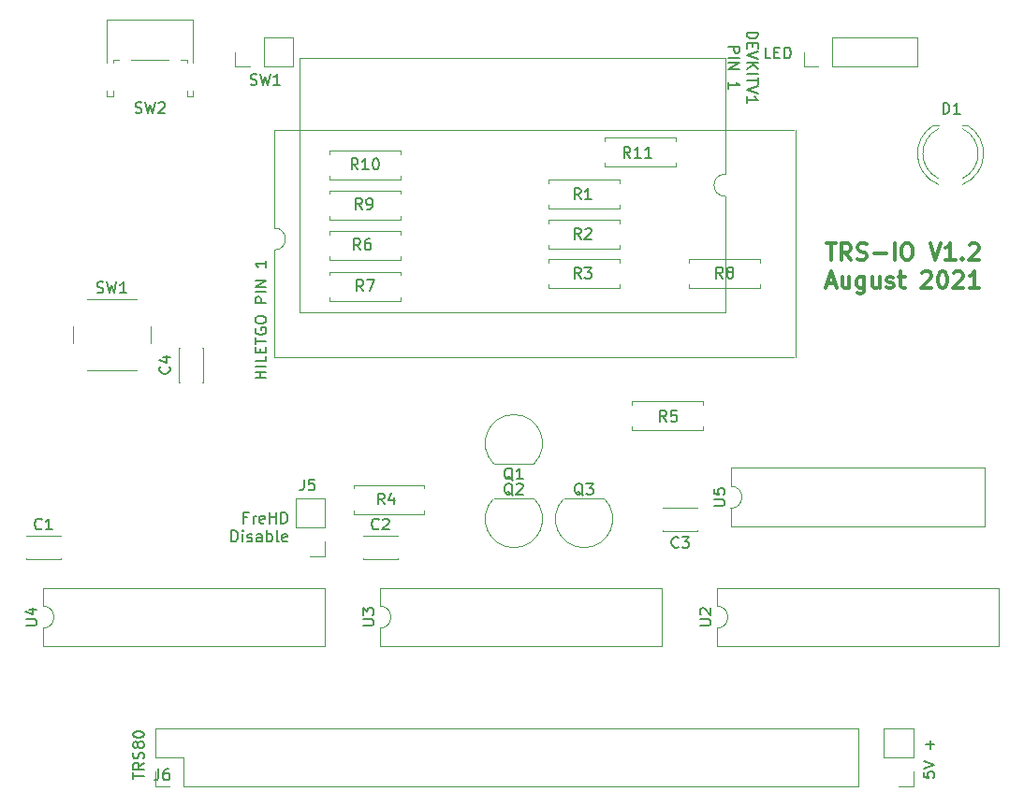
<source format=gbr>
G04 #@! TF.GenerationSoftware,KiCad,Pcbnew,(5.1.5)-3*
G04 #@! TF.CreationDate,2021-08-29T18:58:39+12:00*
G04 #@! TF.ProjectId,TRSIO,54525349-4f2e-46b6-9963-61645f706362,rev?*
G04 #@! TF.SameCoordinates,Original*
G04 #@! TF.FileFunction,Legend,Top*
G04 #@! TF.FilePolarity,Positive*
%FSLAX46Y46*%
G04 Gerber Fmt 4.6, Leading zero omitted, Abs format (unit mm)*
G04 Created by KiCad (PCBNEW (5.1.5)-3) date 2021-08-29 18:58:39*
%MOMM*%
%LPD*%
G04 APERTURE LIST*
%ADD10C,0.300000*%
%ADD11C,0.150000*%
%ADD12C,0.120000*%
G04 APERTURE END LIST*
D10*
X200363571Y-89343571D02*
X201220714Y-89343571D01*
X200792142Y-90843571D02*
X200792142Y-89343571D01*
X202577857Y-90843571D02*
X202077857Y-90129285D01*
X201720714Y-90843571D02*
X201720714Y-89343571D01*
X202292142Y-89343571D01*
X202435000Y-89415000D01*
X202506428Y-89486428D01*
X202577857Y-89629285D01*
X202577857Y-89843571D01*
X202506428Y-89986428D01*
X202435000Y-90057857D01*
X202292142Y-90129285D01*
X201720714Y-90129285D01*
X203149285Y-90772142D02*
X203363571Y-90843571D01*
X203720714Y-90843571D01*
X203863571Y-90772142D01*
X203935000Y-90700714D01*
X204006428Y-90557857D01*
X204006428Y-90415000D01*
X203935000Y-90272142D01*
X203863571Y-90200714D01*
X203720714Y-90129285D01*
X203435000Y-90057857D01*
X203292142Y-89986428D01*
X203220714Y-89915000D01*
X203149285Y-89772142D01*
X203149285Y-89629285D01*
X203220714Y-89486428D01*
X203292142Y-89415000D01*
X203435000Y-89343571D01*
X203792142Y-89343571D01*
X204006428Y-89415000D01*
X204649285Y-90272142D02*
X205792142Y-90272142D01*
X206506428Y-90843571D02*
X206506428Y-89343571D01*
X207506428Y-89343571D02*
X207792142Y-89343571D01*
X207935000Y-89415000D01*
X208077857Y-89557857D01*
X208149285Y-89843571D01*
X208149285Y-90343571D01*
X208077857Y-90629285D01*
X207935000Y-90772142D01*
X207792142Y-90843571D01*
X207506428Y-90843571D01*
X207363571Y-90772142D01*
X207220714Y-90629285D01*
X207149285Y-90343571D01*
X207149285Y-89843571D01*
X207220714Y-89557857D01*
X207363571Y-89415000D01*
X207506428Y-89343571D01*
X209720714Y-89343571D02*
X210220714Y-90843571D01*
X210720714Y-89343571D01*
X212006428Y-90843571D02*
X211149285Y-90843571D01*
X211577857Y-90843571D02*
X211577857Y-89343571D01*
X211435000Y-89557857D01*
X211292142Y-89700714D01*
X211149285Y-89772142D01*
X212649285Y-90700714D02*
X212720714Y-90772142D01*
X212649285Y-90843571D01*
X212577857Y-90772142D01*
X212649285Y-90700714D01*
X212649285Y-90843571D01*
X213292142Y-89486428D02*
X213363571Y-89415000D01*
X213506428Y-89343571D01*
X213863571Y-89343571D01*
X214006428Y-89415000D01*
X214077857Y-89486428D01*
X214149285Y-89629285D01*
X214149285Y-89772142D01*
X214077857Y-89986428D01*
X213220714Y-90843571D01*
X214149285Y-90843571D01*
X200435000Y-92965000D02*
X201149285Y-92965000D01*
X200292142Y-93393571D02*
X200792142Y-91893571D01*
X201292142Y-93393571D01*
X202435000Y-92393571D02*
X202435000Y-93393571D01*
X201792142Y-92393571D02*
X201792142Y-93179285D01*
X201863571Y-93322142D01*
X202006428Y-93393571D01*
X202220714Y-93393571D01*
X202363571Y-93322142D01*
X202435000Y-93250714D01*
X203792142Y-92393571D02*
X203792142Y-93607857D01*
X203720714Y-93750714D01*
X203649285Y-93822142D01*
X203506428Y-93893571D01*
X203292142Y-93893571D01*
X203149285Y-93822142D01*
X203792142Y-93322142D02*
X203649285Y-93393571D01*
X203363571Y-93393571D01*
X203220714Y-93322142D01*
X203149285Y-93250714D01*
X203077857Y-93107857D01*
X203077857Y-92679285D01*
X203149285Y-92536428D01*
X203220714Y-92465000D01*
X203363571Y-92393571D01*
X203649285Y-92393571D01*
X203792142Y-92465000D01*
X205149285Y-92393571D02*
X205149285Y-93393571D01*
X204506428Y-92393571D02*
X204506428Y-93179285D01*
X204577857Y-93322142D01*
X204720714Y-93393571D01*
X204935000Y-93393571D01*
X205077857Y-93322142D01*
X205149285Y-93250714D01*
X205792142Y-93322142D02*
X205935000Y-93393571D01*
X206220714Y-93393571D01*
X206363571Y-93322142D01*
X206435000Y-93179285D01*
X206435000Y-93107857D01*
X206363571Y-92965000D01*
X206220714Y-92893571D01*
X206006428Y-92893571D01*
X205863571Y-92822142D01*
X205792142Y-92679285D01*
X205792142Y-92607857D01*
X205863571Y-92465000D01*
X206006428Y-92393571D01*
X206220714Y-92393571D01*
X206363571Y-92465000D01*
X206863571Y-92393571D02*
X207435000Y-92393571D01*
X207077857Y-91893571D02*
X207077857Y-93179285D01*
X207149285Y-93322142D01*
X207292142Y-93393571D01*
X207435000Y-93393571D01*
X209006428Y-92036428D02*
X209077857Y-91965000D01*
X209220714Y-91893571D01*
X209577857Y-91893571D01*
X209720714Y-91965000D01*
X209792142Y-92036428D01*
X209863571Y-92179285D01*
X209863571Y-92322142D01*
X209792142Y-92536428D01*
X208935000Y-93393571D01*
X209863571Y-93393571D01*
X210792142Y-91893571D02*
X210935000Y-91893571D01*
X211077857Y-91965000D01*
X211149285Y-92036428D01*
X211220714Y-92179285D01*
X211292142Y-92465000D01*
X211292142Y-92822142D01*
X211220714Y-93107857D01*
X211149285Y-93250714D01*
X211077857Y-93322142D01*
X210935000Y-93393571D01*
X210792142Y-93393571D01*
X210649285Y-93322142D01*
X210577857Y-93250714D01*
X210506428Y-93107857D01*
X210435000Y-92822142D01*
X210435000Y-92465000D01*
X210506428Y-92179285D01*
X210577857Y-92036428D01*
X210649285Y-91965000D01*
X210792142Y-91893571D01*
X211863571Y-92036428D02*
X211935000Y-91965000D01*
X212077857Y-91893571D01*
X212435000Y-91893571D01*
X212577857Y-91965000D01*
X212649285Y-92036428D01*
X212720714Y-92179285D01*
X212720714Y-92322142D01*
X212649285Y-92536428D01*
X211792142Y-93393571D01*
X212720714Y-93393571D01*
X214149285Y-93393571D02*
X213292142Y-93393571D01*
X213720714Y-93393571D02*
X213720714Y-91893571D01*
X213577857Y-92107857D01*
X213435000Y-92250714D01*
X213292142Y-92322142D01*
D11*
X147984976Y-114165571D02*
X147651642Y-114165571D01*
X147651642Y-114689380D02*
X147651642Y-113689380D01*
X148127833Y-113689380D01*
X148508785Y-114689380D02*
X148508785Y-114022714D01*
X148508785Y-114213190D02*
X148556404Y-114117952D01*
X148604023Y-114070333D01*
X148699261Y-114022714D01*
X148794500Y-114022714D01*
X149508785Y-114641761D02*
X149413547Y-114689380D01*
X149223071Y-114689380D01*
X149127833Y-114641761D01*
X149080214Y-114546523D01*
X149080214Y-114165571D01*
X149127833Y-114070333D01*
X149223071Y-114022714D01*
X149413547Y-114022714D01*
X149508785Y-114070333D01*
X149556404Y-114165571D01*
X149556404Y-114260809D01*
X149080214Y-114356047D01*
X149984976Y-114689380D02*
X149984976Y-113689380D01*
X149984976Y-114165571D02*
X150556404Y-114165571D01*
X150556404Y-114689380D02*
X150556404Y-113689380D01*
X151032595Y-114689380D02*
X151032595Y-113689380D01*
X151270690Y-113689380D01*
X151413547Y-113737000D01*
X151508785Y-113832238D01*
X151556404Y-113927476D01*
X151604023Y-114117952D01*
X151604023Y-114260809D01*
X151556404Y-114451285D01*
X151508785Y-114546523D01*
X151413547Y-114641761D01*
X151270690Y-114689380D01*
X151032595Y-114689380D01*
X146556404Y-116339380D02*
X146556404Y-115339380D01*
X146794500Y-115339380D01*
X146937357Y-115387000D01*
X147032595Y-115482238D01*
X147080214Y-115577476D01*
X147127833Y-115767952D01*
X147127833Y-115910809D01*
X147080214Y-116101285D01*
X147032595Y-116196523D01*
X146937357Y-116291761D01*
X146794500Y-116339380D01*
X146556404Y-116339380D01*
X147556404Y-116339380D02*
X147556404Y-115672714D01*
X147556404Y-115339380D02*
X147508785Y-115387000D01*
X147556404Y-115434619D01*
X147604023Y-115387000D01*
X147556404Y-115339380D01*
X147556404Y-115434619D01*
X147984976Y-116291761D02*
X148080214Y-116339380D01*
X148270690Y-116339380D01*
X148365928Y-116291761D01*
X148413547Y-116196523D01*
X148413547Y-116148904D01*
X148365928Y-116053666D01*
X148270690Y-116006047D01*
X148127833Y-116006047D01*
X148032595Y-115958428D01*
X147984976Y-115863190D01*
X147984976Y-115815571D01*
X148032595Y-115720333D01*
X148127833Y-115672714D01*
X148270690Y-115672714D01*
X148365928Y-115720333D01*
X149270690Y-116339380D02*
X149270690Y-115815571D01*
X149223071Y-115720333D01*
X149127833Y-115672714D01*
X148937357Y-115672714D01*
X148842119Y-115720333D01*
X149270690Y-116291761D02*
X149175452Y-116339380D01*
X148937357Y-116339380D01*
X148842119Y-116291761D01*
X148794500Y-116196523D01*
X148794500Y-116101285D01*
X148842119Y-116006047D01*
X148937357Y-115958428D01*
X149175452Y-115958428D01*
X149270690Y-115910809D01*
X149746880Y-116339380D02*
X149746880Y-115339380D01*
X149746880Y-115720333D02*
X149842119Y-115672714D01*
X150032595Y-115672714D01*
X150127833Y-115720333D01*
X150175452Y-115767952D01*
X150223071Y-115863190D01*
X150223071Y-116148904D01*
X150175452Y-116244142D01*
X150127833Y-116291761D01*
X150032595Y-116339380D01*
X149842119Y-116339380D01*
X149746880Y-116291761D01*
X150794500Y-116339380D02*
X150699261Y-116291761D01*
X150651642Y-116196523D01*
X150651642Y-115339380D01*
X151556404Y-116291761D02*
X151461166Y-116339380D01*
X151270690Y-116339380D01*
X151175452Y-116291761D01*
X151127833Y-116196523D01*
X151127833Y-115815571D01*
X151175452Y-115720333D01*
X151270690Y-115672714D01*
X151461166Y-115672714D01*
X151556404Y-115720333D01*
X151604023Y-115815571D01*
X151604023Y-115910809D01*
X151127833Y-116006047D01*
X193158619Y-70239333D02*
X194158619Y-70239333D01*
X194158619Y-70477428D01*
X194111000Y-70620285D01*
X194015761Y-70715523D01*
X193920523Y-70763142D01*
X193730047Y-70810761D01*
X193587190Y-70810761D01*
X193396714Y-70763142D01*
X193301476Y-70715523D01*
X193206238Y-70620285D01*
X193158619Y-70477428D01*
X193158619Y-70239333D01*
X193682428Y-71239333D02*
X193682428Y-71572666D01*
X193158619Y-71715523D02*
X193158619Y-71239333D01*
X194158619Y-71239333D01*
X194158619Y-71715523D01*
X194158619Y-72001238D02*
X193158619Y-72334571D01*
X194158619Y-72667904D01*
X193158619Y-73001238D02*
X194158619Y-73001238D01*
X193158619Y-73572666D02*
X193730047Y-73144095D01*
X194158619Y-73572666D02*
X193587190Y-73001238D01*
X193158619Y-74001238D02*
X194158619Y-74001238D01*
X194158619Y-74334571D02*
X194158619Y-74906000D01*
X193158619Y-74620285D02*
X194158619Y-74620285D01*
X194158619Y-75096476D02*
X193158619Y-75429809D01*
X194158619Y-75763142D01*
X193158619Y-76620285D02*
X193158619Y-76048857D01*
X193158619Y-76334571D02*
X194158619Y-76334571D01*
X194015761Y-76239333D01*
X193920523Y-76144095D01*
X193872904Y-76048857D01*
X191508619Y-71525047D02*
X192508619Y-71525047D01*
X192508619Y-71906000D01*
X192461000Y-72001238D01*
X192413380Y-72048857D01*
X192318142Y-72096476D01*
X192175285Y-72096476D01*
X192080047Y-72048857D01*
X192032428Y-72001238D01*
X191984809Y-71906000D01*
X191984809Y-71525047D01*
X191508619Y-72525047D02*
X192508619Y-72525047D01*
X191508619Y-73001238D02*
X192508619Y-73001238D01*
X191508619Y-73572666D01*
X192508619Y-73572666D01*
X191508619Y-75334571D02*
X191508619Y-74763142D01*
X191508619Y-75048857D02*
X192508619Y-75048857D01*
X192365761Y-74953619D01*
X192270523Y-74858380D01*
X192222904Y-74763142D01*
X149677380Y-101551714D02*
X148677380Y-101551714D01*
X149153571Y-101551714D02*
X149153571Y-100980285D01*
X149677380Y-100980285D02*
X148677380Y-100980285D01*
X149677380Y-100504095D02*
X148677380Y-100504095D01*
X149677380Y-99551714D02*
X149677380Y-100027904D01*
X148677380Y-100027904D01*
X149153571Y-99218380D02*
X149153571Y-98885047D01*
X149677380Y-98742190D02*
X149677380Y-99218380D01*
X148677380Y-99218380D01*
X148677380Y-98742190D01*
X148677380Y-98456476D02*
X148677380Y-97885047D01*
X149677380Y-98170761D02*
X148677380Y-98170761D01*
X148725000Y-97027904D02*
X148677380Y-97123142D01*
X148677380Y-97266000D01*
X148725000Y-97408857D01*
X148820238Y-97504095D01*
X148915476Y-97551714D01*
X149105952Y-97599333D01*
X149248809Y-97599333D01*
X149439285Y-97551714D01*
X149534523Y-97504095D01*
X149629761Y-97408857D01*
X149677380Y-97266000D01*
X149677380Y-97170761D01*
X149629761Y-97027904D01*
X149582142Y-96980285D01*
X149248809Y-96980285D01*
X149248809Y-97170761D01*
X148677380Y-96361238D02*
X148677380Y-96170761D01*
X148725000Y-96075523D01*
X148820238Y-95980285D01*
X149010714Y-95932666D01*
X149344047Y-95932666D01*
X149534523Y-95980285D01*
X149629761Y-96075523D01*
X149677380Y-96170761D01*
X149677380Y-96361238D01*
X149629761Y-96456476D01*
X149534523Y-96551714D01*
X149344047Y-96599333D01*
X149010714Y-96599333D01*
X148820238Y-96551714D01*
X148725000Y-96456476D01*
X148677380Y-96361238D01*
X149677380Y-94742190D02*
X148677380Y-94742190D01*
X148677380Y-94361238D01*
X148725000Y-94266000D01*
X148772619Y-94218380D01*
X148867857Y-94170761D01*
X149010714Y-94170761D01*
X149105952Y-94218380D01*
X149153571Y-94266000D01*
X149201190Y-94361238D01*
X149201190Y-94742190D01*
X149677380Y-93742190D02*
X148677380Y-93742190D01*
X149677380Y-93266000D02*
X148677380Y-93266000D01*
X149677380Y-92694571D01*
X148677380Y-92694571D01*
X149677380Y-90932666D02*
X149677380Y-91504095D01*
X149677380Y-91218380D02*
X148677380Y-91218380D01*
X148820238Y-91313619D01*
X148915476Y-91408857D01*
X148963095Y-91504095D01*
X209129380Y-137207476D02*
X209129380Y-137683666D01*
X209605571Y-137731285D01*
X209557952Y-137683666D01*
X209510333Y-137588428D01*
X209510333Y-137350333D01*
X209557952Y-137255095D01*
X209605571Y-137207476D01*
X209700809Y-137159857D01*
X209938904Y-137159857D01*
X210034142Y-137207476D01*
X210081761Y-137255095D01*
X210129380Y-137350333D01*
X210129380Y-137588428D01*
X210081761Y-137683666D01*
X210034142Y-137731285D01*
X209129380Y-136874142D02*
X210129380Y-136540809D01*
X209129380Y-136207476D01*
X209748428Y-135112238D02*
X209748428Y-134350333D01*
X210129380Y-134731285D02*
X209367476Y-134731285D01*
X137628380Y-137850285D02*
X137628380Y-137278857D01*
X138628380Y-137564571D02*
X137628380Y-137564571D01*
X138628380Y-136374095D02*
X138152190Y-136707428D01*
X138628380Y-136945523D02*
X137628380Y-136945523D01*
X137628380Y-136564571D01*
X137676000Y-136469333D01*
X137723619Y-136421714D01*
X137818857Y-136374095D01*
X137961714Y-136374095D01*
X138056952Y-136421714D01*
X138104571Y-136469333D01*
X138152190Y-136564571D01*
X138152190Y-136945523D01*
X138580761Y-135993142D02*
X138628380Y-135850285D01*
X138628380Y-135612190D01*
X138580761Y-135516952D01*
X138533142Y-135469333D01*
X138437904Y-135421714D01*
X138342666Y-135421714D01*
X138247428Y-135469333D01*
X138199809Y-135516952D01*
X138152190Y-135612190D01*
X138104571Y-135802666D01*
X138056952Y-135897904D01*
X138009333Y-135945523D01*
X137914095Y-135993142D01*
X137818857Y-135993142D01*
X137723619Y-135945523D01*
X137676000Y-135897904D01*
X137628380Y-135802666D01*
X137628380Y-135564571D01*
X137676000Y-135421714D01*
X138056952Y-134850285D02*
X138009333Y-134945523D01*
X137961714Y-134993142D01*
X137866476Y-135040761D01*
X137818857Y-135040761D01*
X137723619Y-134993142D01*
X137676000Y-134945523D01*
X137628380Y-134850285D01*
X137628380Y-134659809D01*
X137676000Y-134564571D01*
X137723619Y-134516952D01*
X137818857Y-134469333D01*
X137866476Y-134469333D01*
X137961714Y-134516952D01*
X138009333Y-134564571D01*
X138056952Y-134659809D01*
X138056952Y-134850285D01*
X138104571Y-134945523D01*
X138152190Y-134993142D01*
X138247428Y-135040761D01*
X138437904Y-135040761D01*
X138533142Y-134993142D01*
X138580761Y-134945523D01*
X138628380Y-134850285D01*
X138628380Y-134659809D01*
X138580761Y-134564571D01*
X138533142Y-134516952D01*
X138437904Y-134469333D01*
X138247428Y-134469333D01*
X138152190Y-134516952D01*
X138104571Y-134564571D01*
X138056952Y-134659809D01*
X137628380Y-133850285D02*
X137628380Y-133755047D01*
X137676000Y-133659809D01*
X137723619Y-133612190D01*
X137818857Y-133564571D01*
X138009333Y-133516952D01*
X138247428Y-133516952D01*
X138437904Y-133564571D01*
X138533142Y-133612190D01*
X138580761Y-133659809D01*
X138628380Y-133755047D01*
X138628380Y-133850285D01*
X138580761Y-133945523D01*
X138533142Y-133993142D01*
X138437904Y-134040761D01*
X138247428Y-134088380D01*
X138009333Y-134088380D01*
X137818857Y-134040761D01*
X137723619Y-133993142D01*
X137676000Y-133945523D01*
X137628380Y-133850285D01*
X195318142Y-72588380D02*
X194841952Y-72588380D01*
X194841952Y-71588380D01*
X195651476Y-72064571D02*
X195984809Y-72064571D01*
X196127666Y-72588380D02*
X195651476Y-72588380D01*
X195651476Y-71588380D01*
X196127666Y-71588380D01*
X196556238Y-72588380D02*
X196556238Y-71588380D01*
X196794333Y-71588380D01*
X196937190Y-71636000D01*
X197032428Y-71731238D01*
X197080047Y-71826476D01*
X197127666Y-72016952D01*
X197127666Y-72159809D01*
X197080047Y-72350285D01*
X197032428Y-72445523D01*
X196937190Y-72540761D01*
X196794333Y-72588380D01*
X196556238Y-72588380D01*
X148272666Y-74953761D02*
X148415523Y-75001380D01*
X148653619Y-75001380D01*
X148748857Y-74953761D01*
X148796476Y-74906142D01*
X148844095Y-74810904D01*
X148844095Y-74715666D01*
X148796476Y-74620428D01*
X148748857Y-74572809D01*
X148653619Y-74525190D01*
X148463142Y-74477571D01*
X148367904Y-74429952D01*
X148320285Y-74382333D01*
X148272666Y-74287095D01*
X148272666Y-74191857D01*
X148320285Y-74096619D01*
X148367904Y-74049000D01*
X148463142Y-74001380D01*
X148701238Y-74001380D01*
X148844095Y-74049000D01*
X149177428Y-74001380D02*
X149415523Y-75001380D01*
X149606000Y-74287095D01*
X149796476Y-75001380D01*
X150034571Y-74001380D01*
X150939333Y-75001380D02*
X150367904Y-75001380D01*
X150653619Y-75001380D02*
X150653619Y-74001380D01*
X150558380Y-74144238D01*
X150463142Y-74239476D01*
X150367904Y-74287095D01*
D12*
X191195000Y-85074000D02*
G75*
G02X191195000Y-83074000I0J1000000D01*
G01*
X191195000Y-83074000D02*
X191195000Y-72534000D01*
X191182500Y-72534000D02*
X152657500Y-72534000D01*
X152657500Y-72534000D02*
X152657500Y-95614000D01*
X152657500Y-95614000D02*
X191182500Y-95614000D01*
X191195000Y-95614000D02*
X191195000Y-85074000D01*
X131120000Y-117900000D02*
X128000000Y-117900000D01*
X131120000Y-115780000D02*
X128000000Y-115780000D01*
X131120000Y-117900000D02*
X131120000Y-117836000D01*
X131120000Y-115844000D02*
X131120000Y-115780000D01*
X128000000Y-117900000D02*
X128000000Y-117836000D01*
X128000000Y-115844000D02*
X128000000Y-115780000D01*
X161600000Y-117900000D02*
X158480000Y-117900000D01*
X161600000Y-115780000D02*
X158480000Y-115780000D01*
X161600000Y-117900000D02*
X161600000Y-117836000D01*
X161600000Y-115844000D02*
X161600000Y-115780000D01*
X158480000Y-117900000D02*
X158480000Y-117836000D01*
X158480000Y-115844000D02*
X158480000Y-115780000D01*
X188651000Y-115360000D02*
X185531000Y-115360000D01*
X188651000Y-113240000D02*
X185531000Y-113240000D01*
X188651000Y-115360000D02*
X188651000Y-115296000D01*
X188651000Y-113304000D02*
X188651000Y-113240000D01*
X185531000Y-115360000D02*
X185531000Y-115296000D01*
X185531000Y-113304000D02*
X185531000Y-113240000D01*
X141815000Y-101910000D02*
X141815000Y-98790000D01*
X143935000Y-101910000D02*
X143935000Y-98790000D01*
X141815000Y-101910000D02*
X141879000Y-101910000D01*
X143871000Y-101910000D02*
X143935000Y-101910000D01*
X141815000Y-98790000D02*
X141879000Y-98790000D01*
X143871000Y-98790000D02*
X143935000Y-98790000D01*
X212662827Y-84004315D02*
G75*
G03X213126830Y-78656500I-1080827J2787815D01*
G01*
X210501173Y-84004315D02*
G75*
G02X210037170Y-78656500I1080827J2787815D01*
G01*
X212662429Y-83470979D02*
G75*
G03X212662000Y-78961816I-1080429J2254479D01*
G01*
X210501571Y-83470979D02*
G75*
G02X210502000Y-78961816I1080429J2254479D01*
G01*
X213127000Y-78656500D02*
X212662000Y-78656500D01*
X210502000Y-78656500D02*
X210037000Y-78656500D01*
X170285000Y-109292000D02*
X173885000Y-109292000D01*
X170246522Y-109280478D02*
G75*
G02X172085000Y-104842000I1838478J1838478D01*
G01*
X173923478Y-109280478D02*
G75*
G03X172085000Y-104842000I-1838478J1838478D01*
G01*
X173885000Y-112450000D02*
X170285000Y-112450000D01*
X173923478Y-112461522D02*
G75*
G02X172085000Y-116900000I-1838478J-1838478D01*
G01*
X170246522Y-112461522D02*
G75*
G03X172085000Y-116900000I1838478J-1838478D01*
G01*
X180235000Y-112450000D02*
X176635000Y-112450000D01*
X180273478Y-112461522D02*
G75*
G02X178435000Y-116900000I-1838478J-1838478D01*
G01*
X176596522Y-112461522D02*
G75*
G03X178435000Y-116900000I1838478J-1838478D01*
G01*
X175225000Y-83919500D02*
X175225000Y-83589500D01*
X175225000Y-83589500D02*
X181645000Y-83589500D01*
X181645000Y-83589500D02*
X181645000Y-83919500D01*
X175225000Y-85879500D02*
X175225000Y-86209500D01*
X175225000Y-86209500D02*
X181645000Y-86209500D01*
X181645000Y-86209500D02*
X181645000Y-85879500D01*
X175225000Y-87539000D02*
X175225000Y-87209000D01*
X175225000Y-87209000D02*
X181645000Y-87209000D01*
X181645000Y-87209000D02*
X181645000Y-87539000D01*
X175225000Y-89499000D02*
X175225000Y-89829000D01*
X175225000Y-89829000D02*
X181645000Y-89829000D01*
X181645000Y-89829000D02*
X181645000Y-89499000D01*
X175225000Y-91095000D02*
X175225000Y-90765000D01*
X175225000Y-90765000D02*
X181645000Y-90765000D01*
X181645000Y-90765000D02*
X181645000Y-91095000D01*
X175225000Y-93055000D02*
X175225000Y-93385000D01*
X175225000Y-93385000D02*
X181645000Y-93385000D01*
X181645000Y-93385000D02*
X181645000Y-93055000D01*
X133461000Y-100877000D02*
X137961000Y-100877000D01*
X132211000Y-96877000D02*
X132211000Y-98377000D01*
X137961000Y-94377000D02*
X133461000Y-94377000D01*
X139211000Y-98377000D02*
X139211000Y-96877000D01*
X190440000Y-122190000D02*
G75*
G02X190440000Y-124190000I0J-1000000D01*
G01*
X190440000Y-124190000D02*
X190440000Y-125840000D01*
X190440000Y-125840000D02*
X215960000Y-125840000D01*
X215960000Y-125840000D02*
X215960000Y-120540000D01*
X215960000Y-120540000D02*
X190440000Y-120540000D01*
X190440000Y-120540000D02*
X190440000Y-122190000D01*
X159960000Y-122190000D02*
G75*
G02X159960000Y-124190000I0J-1000000D01*
G01*
X159960000Y-124190000D02*
X159960000Y-125840000D01*
X159960000Y-125840000D02*
X185480000Y-125840000D01*
X185480000Y-125840000D02*
X185480000Y-120540000D01*
X185480000Y-120540000D02*
X159960000Y-120540000D01*
X159960000Y-120540000D02*
X159960000Y-122190000D01*
X129480000Y-122190000D02*
G75*
G02X129480000Y-124190000I0J-1000000D01*
G01*
X129480000Y-124190000D02*
X129480000Y-125840000D01*
X129480000Y-125840000D02*
X155000000Y-125840000D01*
X155000000Y-125840000D02*
X155000000Y-120540000D01*
X155000000Y-120540000D02*
X129480000Y-120540000D01*
X129480000Y-120540000D02*
X129480000Y-122190000D01*
X203260000Y-138490000D02*
X203260000Y-133290000D01*
X142240000Y-138490000D02*
X203260000Y-138490000D01*
X139640000Y-133290000D02*
X203260000Y-133290000D01*
X142240000Y-138490000D02*
X142240000Y-135890000D01*
X142240000Y-135890000D02*
X139640000Y-135890000D01*
X139640000Y-135890000D02*
X139640000Y-133290000D01*
X140970000Y-138490000D02*
X139640000Y-138490000D01*
X139640000Y-138490000D02*
X139640000Y-137160000D01*
X150409600Y-87950800D02*
G75*
G02X150409600Y-89950800I0J-1000000D01*
G01*
X150435000Y-89950800D02*
X150435000Y-99678000D01*
X150447500Y-99678000D02*
X197427500Y-99678000D01*
X197545000Y-99678000D02*
X197545000Y-79112600D01*
X197427500Y-79112600D02*
X150447500Y-79112600D01*
X150435000Y-79112600D02*
X150435000Y-87950800D01*
X208213000Y-133290000D02*
X205553000Y-133290000D01*
X208213000Y-135890000D02*
X208213000Y-133290000D01*
X205553000Y-135890000D02*
X205553000Y-133290000D01*
X208213000Y-135890000D02*
X205553000Y-135890000D01*
X208213000Y-137160000D02*
X208213000Y-138490000D01*
X208213000Y-138490000D02*
X206883000Y-138490000D01*
X152079000Y-73339000D02*
X152079000Y-70679000D01*
X149479000Y-73339000D02*
X152079000Y-73339000D01*
X149479000Y-70679000D02*
X152079000Y-70679000D01*
X149479000Y-73339000D02*
X149479000Y-70679000D01*
X148209000Y-73339000D02*
X146879000Y-73339000D01*
X146879000Y-73339000D02*
X146879000Y-72009000D01*
X208594000Y-73339000D02*
X208594000Y-70679000D01*
X200914000Y-73339000D02*
X208594000Y-73339000D01*
X200914000Y-70679000D02*
X208594000Y-70679000D01*
X200914000Y-73339000D02*
X200914000Y-70679000D01*
X199644000Y-73339000D02*
X198314000Y-73339000D01*
X198314000Y-73339000D02*
X198314000Y-72009000D01*
X135816000Y-72725000D02*
X135816000Y-72955000D01*
X135296000Y-69055000D02*
X143016000Y-69055000D01*
X143016000Y-69055000D02*
X143016000Y-72955000D01*
X135296000Y-76065000D02*
X135816000Y-76065000D01*
X135296000Y-69055000D02*
X135296000Y-72955000D01*
X142496000Y-72725000D02*
X142496000Y-72955000D01*
X135816000Y-75555000D02*
X135816000Y-76065000D01*
X135296000Y-75555000D02*
X135296000Y-76065000D01*
X141956000Y-72725000D02*
X142496000Y-72725000D01*
X142496000Y-75555000D02*
X142496000Y-76065000D01*
X142496000Y-76065000D02*
X143016000Y-76065000D01*
X143016000Y-75555000D02*
X143016000Y-76065000D01*
X135816000Y-72725000D02*
X136356000Y-72725000D01*
X137456000Y-72725000D02*
X140856000Y-72725000D01*
X155000000Y-112462000D02*
X152340000Y-112462000D01*
X155000000Y-115062000D02*
X155000000Y-112462000D01*
X152340000Y-115062000D02*
X152340000Y-112462000D01*
X155000000Y-115062000D02*
X152340000Y-115062000D01*
X155000000Y-116332000D02*
X155000000Y-117662000D01*
X155000000Y-117662000D02*
X153670000Y-117662000D01*
X163992000Y-113502000D02*
X163992000Y-113832000D01*
X163992000Y-113832000D02*
X157572000Y-113832000D01*
X157572000Y-113832000D02*
X157572000Y-113502000D01*
X163992000Y-111542000D02*
X163992000Y-111212000D01*
X163992000Y-111212000D02*
X157572000Y-111212000D01*
X157572000Y-111212000D02*
X157572000Y-111542000D01*
X189201500Y-105945500D02*
X189201500Y-106275500D01*
X189201500Y-106275500D02*
X182781500Y-106275500D01*
X182781500Y-106275500D02*
X182781500Y-105945500D01*
X189201500Y-103985500D02*
X189201500Y-103655500D01*
X189201500Y-103655500D02*
X182781500Y-103655500D01*
X182781500Y-103655500D02*
X182781500Y-103985500D01*
X161833000Y-90845000D02*
X161833000Y-90515000D01*
X155413000Y-90845000D02*
X161833000Y-90845000D01*
X155413000Y-90515000D02*
X155413000Y-90845000D01*
X161833000Y-88225000D02*
X161833000Y-88555000D01*
X155413000Y-88225000D02*
X161833000Y-88225000D01*
X155413000Y-88555000D02*
X155413000Y-88225000D01*
X155413000Y-92238000D02*
X155413000Y-91908000D01*
X155413000Y-91908000D02*
X161833000Y-91908000D01*
X161833000Y-91908000D02*
X161833000Y-92238000D01*
X155413000Y-94198000D02*
X155413000Y-94528000D01*
X155413000Y-94528000D02*
X161833000Y-94528000D01*
X161833000Y-94528000D02*
X161833000Y-94198000D01*
X194345000Y-93385000D02*
X194345000Y-93055000D01*
X187925000Y-93385000D02*
X194345000Y-93385000D01*
X187925000Y-93055000D02*
X187925000Y-93385000D01*
X194345000Y-90765000D02*
X194345000Y-91095000D01*
X187925000Y-90765000D02*
X194345000Y-90765000D01*
X187925000Y-91095000D02*
X187925000Y-90765000D01*
X155413000Y-84872000D02*
X155413000Y-84542000D01*
X155413000Y-84542000D02*
X161833000Y-84542000D01*
X161833000Y-84542000D02*
X161833000Y-84872000D01*
X155413000Y-86832000D02*
X155413000Y-87162000D01*
X155413000Y-87162000D02*
X161833000Y-87162000D01*
X161833000Y-87162000D02*
X161833000Y-86832000D01*
X161833000Y-83542500D02*
X161833000Y-83212500D01*
X155413000Y-83542500D02*
X161833000Y-83542500D01*
X155413000Y-83212500D02*
X155413000Y-83542500D01*
X161833000Y-80922500D02*
X161833000Y-81252500D01*
X155413000Y-80922500D02*
X161833000Y-80922500D01*
X155413000Y-81252500D02*
X155413000Y-80922500D01*
X191710000Y-109681500D02*
X191710000Y-111331500D01*
X214690000Y-109681500D02*
X191710000Y-109681500D01*
X214690000Y-114981500D02*
X214690000Y-109681500D01*
X191710000Y-114981500D02*
X214690000Y-114981500D01*
X191710000Y-113331500D02*
X191710000Y-114981500D01*
X191710000Y-111331500D02*
G75*
G02X191710000Y-113331500I0J-1000000D01*
G01*
X180305000Y-79779500D02*
X180305000Y-80109500D01*
X186725000Y-79779500D02*
X180305000Y-79779500D01*
X186725000Y-80109500D02*
X186725000Y-79779500D01*
X180305000Y-82399500D02*
X180305000Y-82069500D01*
X186725000Y-82399500D02*
X180305000Y-82399500D01*
X186725000Y-82069500D02*
X186725000Y-82399500D01*
D11*
X129373333Y-115165142D02*
X129325714Y-115212761D01*
X129182857Y-115260380D01*
X129087619Y-115260380D01*
X128944761Y-115212761D01*
X128849523Y-115117523D01*
X128801904Y-115022285D01*
X128754285Y-114831809D01*
X128754285Y-114688952D01*
X128801904Y-114498476D01*
X128849523Y-114403238D01*
X128944761Y-114308000D01*
X129087619Y-114260380D01*
X129182857Y-114260380D01*
X129325714Y-114308000D01*
X129373333Y-114355619D01*
X130325714Y-115260380D02*
X129754285Y-115260380D01*
X130040000Y-115260380D02*
X130040000Y-114260380D01*
X129944761Y-114403238D01*
X129849523Y-114498476D01*
X129754285Y-114546095D01*
X159853333Y-115165142D02*
X159805714Y-115212761D01*
X159662857Y-115260380D01*
X159567619Y-115260380D01*
X159424761Y-115212761D01*
X159329523Y-115117523D01*
X159281904Y-115022285D01*
X159234285Y-114831809D01*
X159234285Y-114688952D01*
X159281904Y-114498476D01*
X159329523Y-114403238D01*
X159424761Y-114308000D01*
X159567619Y-114260380D01*
X159662857Y-114260380D01*
X159805714Y-114308000D01*
X159853333Y-114355619D01*
X160234285Y-114355619D02*
X160281904Y-114308000D01*
X160377142Y-114260380D01*
X160615238Y-114260380D01*
X160710476Y-114308000D01*
X160758095Y-114355619D01*
X160805714Y-114450857D01*
X160805714Y-114546095D01*
X160758095Y-114688952D01*
X160186666Y-115260380D01*
X160805714Y-115260380D01*
X186967833Y-116816142D02*
X186920214Y-116863761D01*
X186777357Y-116911380D01*
X186682119Y-116911380D01*
X186539261Y-116863761D01*
X186444023Y-116768523D01*
X186396404Y-116673285D01*
X186348785Y-116482809D01*
X186348785Y-116339952D01*
X186396404Y-116149476D01*
X186444023Y-116054238D01*
X186539261Y-115959000D01*
X186682119Y-115911380D01*
X186777357Y-115911380D01*
X186920214Y-115959000D01*
X186967833Y-116006619D01*
X187301166Y-115911380D02*
X187920214Y-115911380D01*
X187586880Y-116292333D01*
X187729738Y-116292333D01*
X187824976Y-116339952D01*
X187872595Y-116387571D01*
X187920214Y-116482809D01*
X187920214Y-116720904D01*
X187872595Y-116816142D01*
X187824976Y-116863761D01*
X187729738Y-116911380D01*
X187444023Y-116911380D01*
X187348785Y-116863761D01*
X187301166Y-116816142D01*
X140922142Y-100516666D02*
X140969761Y-100564285D01*
X141017380Y-100707142D01*
X141017380Y-100802380D01*
X140969761Y-100945238D01*
X140874523Y-101040476D01*
X140779285Y-101088095D01*
X140588809Y-101135714D01*
X140445952Y-101135714D01*
X140255476Y-101088095D01*
X140160238Y-101040476D01*
X140065000Y-100945238D01*
X140017380Y-100802380D01*
X140017380Y-100707142D01*
X140065000Y-100564285D01*
X140112619Y-100516666D01*
X140350714Y-99659523D02*
X141017380Y-99659523D01*
X139969761Y-99897619D02*
X140684047Y-100135714D01*
X140684047Y-99516666D01*
X210907404Y-77604880D02*
X210907404Y-76604880D01*
X211145500Y-76604880D01*
X211288357Y-76652500D01*
X211383595Y-76747738D01*
X211431214Y-76842976D01*
X211478833Y-77033452D01*
X211478833Y-77176309D01*
X211431214Y-77366785D01*
X211383595Y-77462023D01*
X211288357Y-77557261D01*
X211145500Y-77604880D01*
X210907404Y-77604880D01*
X212431214Y-77604880D02*
X211859785Y-77604880D01*
X212145500Y-77604880D02*
X212145500Y-76604880D01*
X212050261Y-76747738D01*
X211955023Y-76842976D01*
X211859785Y-76890595D01*
X171989761Y-110783619D02*
X171894523Y-110736000D01*
X171799285Y-110640761D01*
X171656428Y-110497904D01*
X171561190Y-110450285D01*
X171465952Y-110450285D01*
X171513571Y-110688380D02*
X171418333Y-110640761D01*
X171323095Y-110545523D01*
X171275476Y-110355047D01*
X171275476Y-110021714D01*
X171323095Y-109831238D01*
X171418333Y-109736000D01*
X171513571Y-109688380D01*
X171704047Y-109688380D01*
X171799285Y-109736000D01*
X171894523Y-109831238D01*
X171942142Y-110021714D01*
X171942142Y-110355047D01*
X171894523Y-110545523D01*
X171799285Y-110640761D01*
X171704047Y-110688380D01*
X171513571Y-110688380D01*
X172894523Y-110688380D02*
X172323095Y-110688380D01*
X172608809Y-110688380D02*
X172608809Y-109688380D01*
X172513571Y-109831238D01*
X172418333Y-109926476D01*
X172323095Y-109974095D01*
X171989761Y-112180619D02*
X171894523Y-112133000D01*
X171799285Y-112037761D01*
X171656428Y-111894904D01*
X171561190Y-111847285D01*
X171465952Y-111847285D01*
X171513571Y-112085380D02*
X171418333Y-112037761D01*
X171323095Y-111942523D01*
X171275476Y-111752047D01*
X171275476Y-111418714D01*
X171323095Y-111228238D01*
X171418333Y-111133000D01*
X171513571Y-111085380D01*
X171704047Y-111085380D01*
X171799285Y-111133000D01*
X171894523Y-111228238D01*
X171942142Y-111418714D01*
X171942142Y-111752047D01*
X171894523Y-111942523D01*
X171799285Y-112037761D01*
X171704047Y-112085380D01*
X171513571Y-112085380D01*
X172323095Y-111180619D02*
X172370714Y-111133000D01*
X172465952Y-111085380D01*
X172704047Y-111085380D01*
X172799285Y-111133000D01*
X172846904Y-111180619D01*
X172894523Y-111275857D01*
X172894523Y-111371095D01*
X172846904Y-111513952D01*
X172275476Y-112085380D01*
X172894523Y-112085380D01*
X178339761Y-112180619D02*
X178244523Y-112133000D01*
X178149285Y-112037761D01*
X178006428Y-111894904D01*
X177911190Y-111847285D01*
X177815952Y-111847285D01*
X177863571Y-112085380D02*
X177768333Y-112037761D01*
X177673095Y-111942523D01*
X177625476Y-111752047D01*
X177625476Y-111418714D01*
X177673095Y-111228238D01*
X177768333Y-111133000D01*
X177863571Y-111085380D01*
X178054047Y-111085380D01*
X178149285Y-111133000D01*
X178244523Y-111228238D01*
X178292142Y-111418714D01*
X178292142Y-111752047D01*
X178244523Y-111942523D01*
X178149285Y-112037761D01*
X178054047Y-112085380D01*
X177863571Y-112085380D01*
X178625476Y-111085380D02*
X179244523Y-111085380D01*
X178911190Y-111466333D01*
X179054047Y-111466333D01*
X179149285Y-111513952D01*
X179196904Y-111561571D01*
X179244523Y-111656809D01*
X179244523Y-111894904D01*
X179196904Y-111990142D01*
X179149285Y-112037761D01*
X179054047Y-112085380D01*
X178768333Y-112085380D01*
X178673095Y-112037761D01*
X178625476Y-111990142D01*
X178141333Y-85351880D02*
X177808000Y-84875690D01*
X177569904Y-85351880D02*
X177569904Y-84351880D01*
X177950857Y-84351880D01*
X178046095Y-84399500D01*
X178093714Y-84447119D01*
X178141333Y-84542357D01*
X178141333Y-84685214D01*
X178093714Y-84780452D01*
X178046095Y-84828071D01*
X177950857Y-84875690D01*
X177569904Y-84875690D01*
X179093714Y-85351880D02*
X178522285Y-85351880D01*
X178808000Y-85351880D02*
X178808000Y-84351880D01*
X178712761Y-84494738D01*
X178617523Y-84589976D01*
X178522285Y-84637595D01*
X178141333Y-88971380D02*
X177808000Y-88495190D01*
X177569904Y-88971380D02*
X177569904Y-87971380D01*
X177950857Y-87971380D01*
X178046095Y-88019000D01*
X178093714Y-88066619D01*
X178141333Y-88161857D01*
X178141333Y-88304714D01*
X178093714Y-88399952D01*
X178046095Y-88447571D01*
X177950857Y-88495190D01*
X177569904Y-88495190D01*
X178522285Y-88066619D02*
X178569904Y-88019000D01*
X178665142Y-87971380D01*
X178903238Y-87971380D01*
X178998476Y-88019000D01*
X179046095Y-88066619D01*
X179093714Y-88161857D01*
X179093714Y-88257095D01*
X179046095Y-88399952D01*
X178474666Y-88971380D01*
X179093714Y-88971380D01*
X178141333Y-92527380D02*
X177808000Y-92051190D01*
X177569904Y-92527380D02*
X177569904Y-91527380D01*
X177950857Y-91527380D01*
X178046095Y-91575000D01*
X178093714Y-91622619D01*
X178141333Y-91717857D01*
X178141333Y-91860714D01*
X178093714Y-91955952D01*
X178046095Y-92003571D01*
X177950857Y-92051190D01*
X177569904Y-92051190D01*
X178474666Y-91527380D02*
X179093714Y-91527380D01*
X178760380Y-91908333D01*
X178903238Y-91908333D01*
X178998476Y-91955952D01*
X179046095Y-92003571D01*
X179093714Y-92098809D01*
X179093714Y-92336904D01*
X179046095Y-92432142D01*
X178998476Y-92479761D01*
X178903238Y-92527380D01*
X178617523Y-92527380D01*
X178522285Y-92479761D01*
X178474666Y-92432142D01*
X134377666Y-93781761D02*
X134520523Y-93829380D01*
X134758619Y-93829380D01*
X134853857Y-93781761D01*
X134901476Y-93734142D01*
X134949095Y-93638904D01*
X134949095Y-93543666D01*
X134901476Y-93448428D01*
X134853857Y-93400809D01*
X134758619Y-93353190D01*
X134568142Y-93305571D01*
X134472904Y-93257952D01*
X134425285Y-93210333D01*
X134377666Y-93115095D01*
X134377666Y-93019857D01*
X134425285Y-92924619D01*
X134472904Y-92877000D01*
X134568142Y-92829380D01*
X134806238Y-92829380D01*
X134949095Y-92877000D01*
X135282428Y-92829380D02*
X135520523Y-93829380D01*
X135711000Y-93115095D01*
X135901476Y-93829380D01*
X136139571Y-92829380D01*
X137044333Y-93829380D02*
X136472904Y-93829380D01*
X136758619Y-93829380D02*
X136758619Y-92829380D01*
X136663380Y-92972238D01*
X136568142Y-93067476D01*
X136472904Y-93115095D01*
X188892380Y-123951904D02*
X189701904Y-123951904D01*
X189797142Y-123904285D01*
X189844761Y-123856666D01*
X189892380Y-123761428D01*
X189892380Y-123570952D01*
X189844761Y-123475714D01*
X189797142Y-123428095D01*
X189701904Y-123380476D01*
X188892380Y-123380476D01*
X188987619Y-122951904D02*
X188940000Y-122904285D01*
X188892380Y-122809047D01*
X188892380Y-122570952D01*
X188940000Y-122475714D01*
X188987619Y-122428095D01*
X189082857Y-122380476D01*
X189178095Y-122380476D01*
X189320952Y-122428095D01*
X189892380Y-122999523D01*
X189892380Y-122380476D01*
X158412380Y-123951904D02*
X159221904Y-123951904D01*
X159317142Y-123904285D01*
X159364761Y-123856666D01*
X159412380Y-123761428D01*
X159412380Y-123570952D01*
X159364761Y-123475714D01*
X159317142Y-123428095D01*
X159221904Y-123380476D01*
X158412380Y-123380476D01*
X158412380Y-122999523D02*
X158412380Y-122380476D01*
X158793333Y-122713809D01*
X158793333Y-122570952D01*
X158840952Y-122475714D01*
X158888571Y-122428095D01*
X158983809Y-122380476D01*
X159221904Y-122380476D01*
X159317142Y-122428095D01*
X159364761Y-122475714D01*
X159412380Y-122570952D01*
X159412380Y-122856666D01*
X159364761Y-122951904D01*
X159317142Y-122999523D01*
X127932380Y-123951904D02*
X128741904Y-123951904D01*
X128837142Y-123904285D01*
X128884761Y-123856666D01*
X128932380Y-123761428D01*
X128932380Y-123570952D01*
X128884761Y-123475714D01*
X128837142Y-123428095D01*
X128741904Y-123380476D01*
X127932380Y-123380476D01*
X128265714Y-122475714D02*
X128932380Y-122475714D01*
X127884761Y-122713809D02*
X128599047Y-122951904D01*
X128599047Y-122332857D01*
X137858666Y-77493761D02*
X138001523Y-77541380D01*
X138239619Y-77541380D01*
X138334857Y-77493761D01*
X138382476Y-77446142D01*
X138430095Y-77350904D01*
X138430095Y-77255666D01*
X138382476Y-77160428D01*
X138334857Y-77112809D01*
X138239619Y-77065190D01*
X138049142Y-77017571D01*
X137953904Y-76969952D01*
X137906285Y-76922333D01*
X137858666Y-76827095D01*
X137858666Y-76731857D01*
X137906285Y-76636619D01*
X137953904Y-76589000D01*
X138049142Y-76541380D01*
X138287238Y-76541380D01*
X138430095Y-76589000D01*
X138763428Y-76541380D02*
X139001523Y-77541380D01*
X139192000Y-76827095D01*
X139382476Y-77541380D01*
X139620571Y-76541380D01*
X139953904Y-76636619D02*
X140001523Y-76589000D01*
X140096761Y-76541380D01*
X140334857Y-76541380D01*
X140430095Y-76589000D01*
X140477714Y-76636619D01*
X140525333Y-76731857D01*
X140525333Y-76827095D01*
X140477714Y-76969952D01*
X139906285Y-77541380D01*
X140525333Y-77541380D01*
X153082666Y-110704380D02*
X153082666Y-111418666D01*
X153035047Y-111561523D01*
X152939809Y-111656761D01*
X152796952Y-111704380D01*
X152701714Y-111704380D01*
X154035047Y-110704380D02*
X153558857Y-110704380D01*
X153511238Y-111180571D01*
X153558857Y-111132952D01*
X153654095Y-111085333D01*
X153892190Y-111085333D01*
X153987428Y-111132952D01*
X154035047Y-111180571D01*
X154082666Y-111275809D01*
X154082666Y-111513904D01*
X154035047Y-111609142D01*
X153987428Y-111656761D01*
X153892190Y-111704380D01*
X153654095Y-111704380D01*
X153558857Y-111656761D01*
X153511238Y-111609142D01*
X160361333Y-112974380D02*
X160028000Y-112498190D01*
X159789904Y-112974380D02*
X159789904Y-111974380D01*
X160170857Y-111974380D01*
X160266095Y-112022000D01*
X160313714Y-112069619D01*
X160361333Y-112164857D01*
X160361333Y-112307714D01*
X160313714Y-112402952D01*
X160266095Y-112450571D01*
X160170857Y-112498190D01*
X159789904Y-112498190D01*
X161218476Y-112307714D02*
X161218476Y-112974380D01*
X160980380Y-111926761D02*
X160742285Y-112641047D01*
X161361333Y-112641047D01*
X139938166Y-136929880D02*
X139938166Y-137644166D01*
X139890547Y-137787023D01*
X139795309Y-137882261D01*
X139652452Y-137929880D01*
X139557214Y-137929880D01*
X140842928Y-136929880D02*
X140652452Y-136929880D01*
X140557214Y-136977500D01*
X140509595Y-137025119D01*
X140414357Y-137167976D01*
X140366738Y-137358452D01*
X140366738Y-137739404D01*
X140414357Y-137834642D01*
X140461976Y-137882261D01*
X140557214Y-137929880D01*
X140747690Y-137929880D01*
X140842928Y-137882261D01*
X140890547Y-137834642D01*
X140938166Y-137739404D01*
X140938166Y-137501309D01*
X140890547Y-137406071D01*
X140842928Y-137358452D01*
X140747690Y-137310833D01*
X140557214Y-137310833D01*
X140461976Y-137358452D01*
X140414357Y-137406071D01*
X140366738Y-137501309D01*
X185888333Y-105481380D02*
X185555000Y-105005190D01*
X185316904Y-105481380D02*
X185316904Y-104481380D01*
X185697857Y-104481380D01*
X185793095Y-104529000D01*
X185840714Y-104576619D01*
X185888333Y-104671857D01*
X185888333Y-104814714D01*
X185840714Y-104909952D01*
X185793095Y-104957571D01*
X185697857Y-105005190D01*
X185316904Y-105005190D01*
X186793095Y-104481380D02*
X186316904Y-104481380D01*
X186269285Y-104957571D01*
X186316904Y-104909952D01*
X186412142Y-104862333D01*
X186650238Y-104862333D01*
X186745476Y-104909952D01*
X186793095Y-104957571D01*
X186840714Y-105052809D01*
X186840714Y-105290904D01*
X186793095Y-105386142D01*
X186745476Y-105433761D01*
X186650238Y-105481380D01*
X186412142Y-105481380D01*
X186316904Y-105433761D01*
X186269285Y-105386142D01*
X158202333Y-89923880D02*
X157869000Y-89447690D01*
X157630904Y-89923880D02*
X157630904Y-88923880D01*
X158011857Y-88923880D01*
X158107095Y-88971500D01*
X158154714Y-89019119D01*
X158202333Y-89114357D01*
X158202333Y-89257214D01*
X158154714Y-89352452D01*
X158107095Y-89400071D01*
X158011857Y-89447690D01*
X157630904Y-89447690D01*
X159059476Y-88923880D02*
X158869000Y-88923880D01*
X158773761Y-88971500D01*
X158726142Y-89019119D01*
X158630904Y-89161976D01*
X158583285Y-89352452D01*
X158583285Y-89733404D01*
X158630904Y-89828642D01*
X158678523Y-89876261D01*
X158773761Y-89923880D01*
X158964238Y-89923880D01*
X159059476Y-89876261D01*
X159107095Y-89828642D01*
X159154714Y-89733404D01*
X159154714Y-89495309D01*
X159107095Y-89400071D01*
X159059476Y-89352452D01*
X158964238Y-89304833D01*
X158773761Y-89304833D01*
X158678523Y-89352452D01*
X158630904Y-89400071D01*
X158583285Y-89495309D01*
X158469332Y-93648879D02*
X158135999Y-93172689D01*
X157897903Y-93648879D02*
X157897903Y-92648879D01*
X158278856Y-92648879D01*
X158374094Y-92696499D01*
X158421713Y-92744118D01*
X158469332Y-92839356D01*
X158469332Y-92982213D01*
X158421713Y-93077451D01*
X158374094Y-93125070D01*
X158278856Y-93172689D01*
X157897903Y-93172689D01*
X158802665Y-92648879D02*
X159469332Y-92648879D01*
X159040760Y-93648879D01*
X190976332Y-92501379D02*
X190642999Y-92025189D01*
X190404903Y-92501379D02*
X190404903Y-91501379D01*
X190785856Y-91501379D01*
X190881094Y-91548999D01*
X190928713Y-91596618D01*
X190976332Y-91691856D01*
X190976332Y-91834713D01*
X190928713Y-91929951D01*
X190881094Y-91977570D01*
X190785856Y-92025189D01*
X190404903Y-92025189D01*
X191547760Y-91929951D02*
X191452522Y-91882332D01*
X191404903Y-91834713D01*
X191357284Y-91739475D01*
X191357284Y-91691856D01*
X191404903Y-91596618D01*
X191452522Y-91548999D01*
X191547760Y-91501379D01*
X191738237Y-91501379D01*
X191833475Y-91548999D01*
X191881094Y-91596618D01*
X191928713Y-91691856D01*
X191928713Y-91739475D01*
X191881094Y-91834713D01*
X191833475Y-91882332D01*
X191738237Y-91929951D01*
X191547760Y-91929951D01*
X191452522Y-91977570D01*
X191404903Y-92025189D01*
X191357284Y-92120427D01*
X191357284Y-92310903D01*
X191404903Y-92406141D01*
X191452522Y-92453760D01*
X191547760Y-92501379D01*
X191738237Y-92501379D01*
X191833475Y-92453760D01*
X191881094Y-92406141D01*
X191928713Y-92310903D01*
X191928713Y-92120427D01*
X191881094Y-92025189D01*
X191833475Y-91977570D01*
X191738237Y-91929951D01*
X158358832Y-86271379D02*
X158025499Y-85795189D01*
X157787403Y-86271379D02*
X157787403Y-85271379D01*
X158168356Y-85271379D01*
X158263594Y-85318999D01*
X158311213Y-85366618D01*
X158358832Y-85461856D01*
X158358832Y-85604713D01*
X158311213Y-85699951D01*
X158263594Y-85747570D01*
X158168356Y-85795189D01*
X157787403Y-85795189D01*
X158835022Y-86271379D02*
X159025499Y-86271379D01*
X159120737Y-86223760D01*
X159168356Y-86176141D01*
X159263594Y-86033284D01*
X159311213Y-85842808D01*
X159311213Y-85461856D01*
X159263594Y-85366618D01*
X159215975Y-85318999D01*
X159120737Y-85271379D01*
X158930260Y-85271379D01*
X158835022Y-85318999D01*
X158787403Y-85366618D01*
X158739784Y-85461856D01*
X158739784Y-85699951D01*
X158787403Y-85795189D01*
X158835022Y-85842808D01*
X158930260Y-85890427D01*
X159120737Y-85890427D01*
X159215975Y-85842808D01*
X159263594Y-85795189D01*
X159311213Y-85699951D01*
X157980142Y-82656379D02*
X157646809Y-82180189D01*
X157408714Y-82656379D02*
X157408714Y-81656379D01*
X157789666Y-81656379D01*
X157884904Y-81703999D01*
X157932523Y-81751618D01*
X157980142Y-81846856D01*
X157980142Y-81989713D01*
X157932523Y-82084951D01*
X157884904Y-82132570D01*
X157789666Y-82180189D01*
X157408714Y-82180189D01*
X158932523Y-82656379D02*
X158361095Y-82656379D01*
X158646809Y-82656379D02*
X158646809Y-81656379D01*
X158551571Y-81799237D01*
X158456333Y-81894475D01*
X158361095Y-81942094D01*
X159551571Y-81656379D02*
X159646809Y-81656379D01*
X159742047Y-81703999D01*
X159789666Y-81751618D01*
X159837285Y-81846856D01*
X159884904Y-82037332D01*
X159884904Y-82275427D01*
X159837285Y-82465903D01*
X159789666Y-82561141D01*
X159742047Y-82608760D01*
X159646809Y-82656379D01*
X159551571Y-82656379D01*
X159456333Y-82608760D01*
X159408714Y-82561141D01*
X159361095Y-82465903D01*
X159313476Y-82275427D01*
X159313476Y-82037332D01*
X159361095Y-81846856D01*
X159408714Y-81751618D01*
X159456333Y-81703999D01*
X159551571Y-81656379D01*
X190162380Y-113093404D02*
X190971904Y-113093404D01*
X191067142Y-113045785D01*
X191114761Y-112998166D01*
X191162380Y-112902928D01*
X191162380Y-112712452D01*
X191114761Y-112617214D01*
X191067142Y-112569595D01*
X190971904Y-112521976D01*
X190162380Y-112521976D01*
X190162380Y-111569595D02*
X190162380Y-112045785D01*
X190638571Y-112093404D01*
X190590952Y-112045785D01*
X190543333Y-111950547D01*
X190543333Y-111712452D01*
X190590952Y-111617214D01*
X190638571Y-111569595D01*
X190733809Y-111521976D01*
X190971904Y-111521976D01*
X191067142Y-111569595D01*
X191114761Y-111617214D01*
X191162380Y-111712452D01*
X191162380Y-111950547D01*
X191114761Y-112045785D01*
X191067142Y-112093404D01*
X182618142Y-81605380D02*
X182284809Y-81129190D01*
X182046714Y-81605380D02*
X182046714Y-80605380D01*
X182427666Y-80605380D01*
X182522904Y-80653000D01*
X182570523Y-80700619D01*
X182618142Y-80795857D01*
X182618142Y-80938714D01*
X182570523Y-81033952D01*
X182522904Y-81081571D01*
X182427666Y-81129190D01*
X182046714Y-81129190D01*
X183570523Y-81605380D02*
X182999095Y-81605380D01*
X183284809Y-81605380D02*
X183284809Y-80605380D01*
X183189571Y-80748238D01*
X183094333Y-80843476D01*
X182999095Y-80891095D01*
X184522904Y-81605380D02*
X183951476Y-81605380D01*
X184237190Y-81605380D02*
X184237190Y-80605380D01*
X184141952Y-80748238D01*
X184046714Y-80843476D01*
X183951476Y-80891095D01*
M02*

</source>
